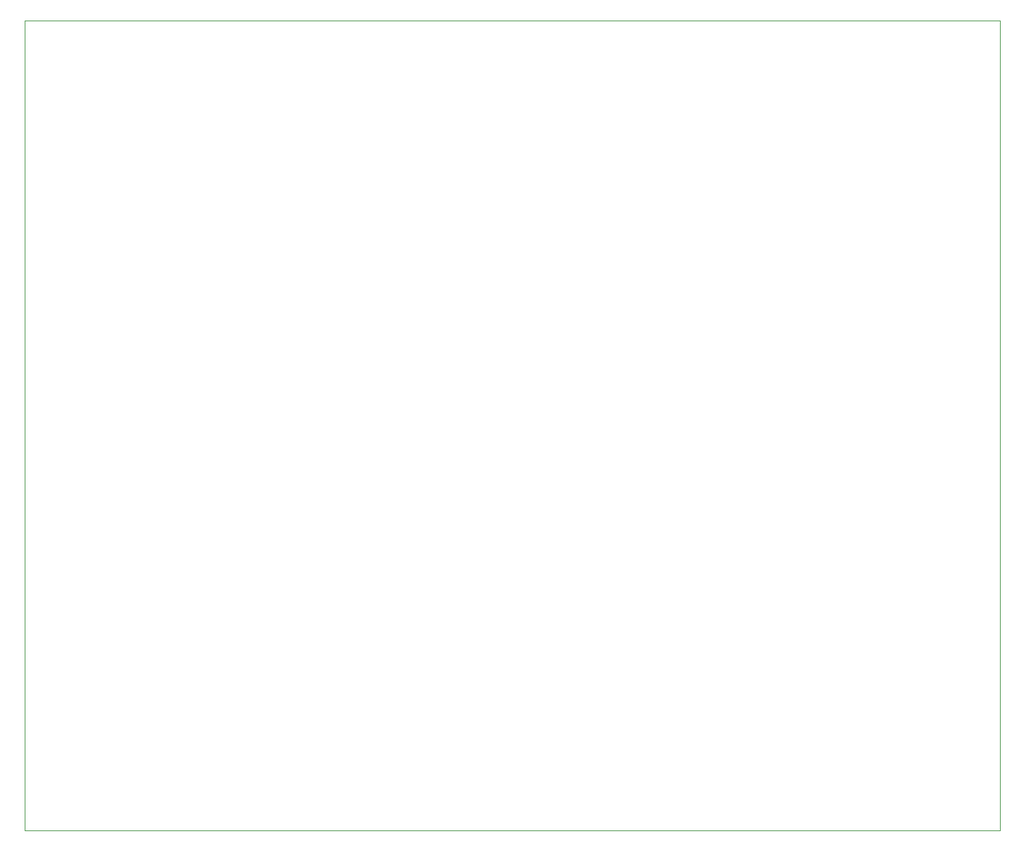
<source format=gbr>
G04 #@! TF.GenerationSoftware,KiCad,Pcbnew,(5.1.10)-1*
G04 #@! TF.CreationDate,2021-08-13T13:47:00+01:00*
G04 #@! TF.ProjectId,DataAqBoardV1.1,44617461-4171-4426-9f61-726456312e31,rev?*
G04 #@! TF.SameCoordinates,Original*
G04 #@! TF.FileFunction,Profile,NP*
%FSLAX46Y46*%
G04 Gerber Fmt 4.6, Leading zero omitted, Abs format (unit mm)*
G04 Created by KiCad (PCBNEW (5.1.10)-1) date 2021-08-13 13:47:00*
%MOMM*%
%LPD*%
G01*
G04 APERTURE LIST*
G04 #@! TA.AperFunction,Profile*
%ADD10C,0.050000*%
G04 #@! TD*
G04 APERTURE END LIST*
D10*
X79700000Y-150000000D02*
X79700000Y-50000000D01*
X200000000Y-150000000D02*
X79700000Y-150000000D01*
X200000000Y-50000000D02*
X200000000Y-150000000D01*
X79700000Y-50000000D02*
X200000000Y-50000000D01*
M02*

</source>
